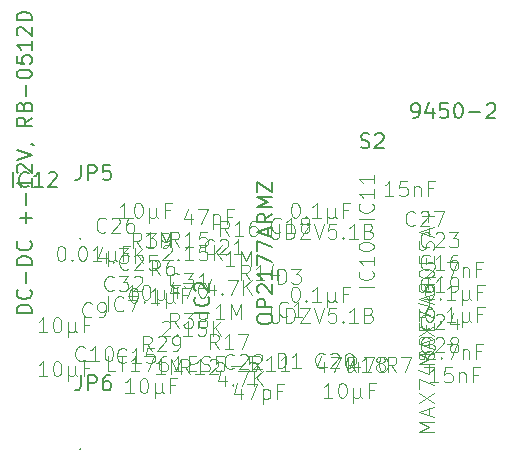
<source format=gbr>
G04 (created by PCBNEW (2013-jul-07)-stable) date Mon 28 Dec 2015 12:48:25 PM PST*
%MOIN*%
G04 Gerber Fmt 3.4, Leading zero omitted, Abs format*
%FSLAX34Y34*%
G01*
G70*
G90*
G04 APERTURE LIST*
%ADD10C,0.00393701*%
%ADD11C,0.004*%
%ADD12C,0.005*%
G04 APERTURE END LIST*
G54D10*
G54D11*
X60009Y-40236D02*
X59985Y-40260D01*
X59914Y-40284D01*
X59866Y-40284D01*
X59795Y-40260D01*
X59747Y-40212D01*
X59723Y-40165D01*
X59700Y-40070D01*
X59700Y-39998D01*
X59723Y-39903D01*
X59747Y-39855D01*
X59795Y-39808D01*
X59866Y-39784D01*
X59914Y-39784D01*
X59985Y-39808D01*
X60009Y-39832D01*
X60485Y-40284D02*
X60200Y-40284D01*
X60342Y-40284D02*
X60342Y-39784D01*
X60295Y-39855D01*
X60247Y-39903D01*
X60200Y-39927D01*
X60771Y-39998D02*
X60723Y-39974D01*
X60700Y-39951D01*
X60676Y-39903D01*
X60676Y-39879D01*
X60700Y-39832D01*
X60723Y-39808D01*
X60771Y-39784D01*
X60866Y-39784D01*
X60914Y-39808D01*
X60938Y-39832D01*
X60961Y-39879D01*
X60961Y-39903D01*
X60938Y-39951D01*
X60914Y-39974D01*
X60866Y-39998D01*
X60771Y-39998D01*
X60723Y-40022D01*
X60700Y-40046D01*
X60676Y-40093D01*
X60676Y-40189D01*
X60700Y-40236D01*
X60723Y-40260D01*
X60771Y-40284D01*
X60866Y-40284D01*
X60914Y-40260D01*
X60938Y-40236D01*
X60961Y-40189D01*
X60961Y-40093D01*
X60938Y-40046D01*
X60914Y-40022D01*
X60866Y-39998D01*
X60473Y-39284D02*
X60521Y-39284D01*
X60569Y-39308D01*
X60592Y-39332D01*
X60616Y-39379D01*
X60640Y-39474D01*
X60640Y-39593D01*
X60616Y-39689D01*
X60592Y-39736D01*
X60569Y-39760D01*
X60521Y-39784D01*
X60473Y-39784D01*
X60426Y-39760D01*
X60402Y-39736D01*
X60378Y-39689D01*
X60354Y-39593D01*
X60354Y-39474D01*
X60378Y-39379D01*
X60402Y-39332D01*
X60426Y-39308D01*
X60473Y-39284D01*
X60854Y-39736D02*
X60878Y-39760D01*
X60854Y-39784D01*
X60831Y-39760D01*
X60854Y-39736D01*
X60854Y-39784D01*
X61354Y-39784D02*
X61069Y-39784D01*
X61211Y-39784D02*
X61211Y-39284D01*
X61164Y-39355D01*
X61116Y-39403D01*
X61069Y-39427D01*
X61569Y-39451D02*
X61569Y-39951D01*
X61807Y-39712D02*
X61831Y-39760D01*
X61878Y-39784D01*
X61569Y-39712D02*
X61592Y-39760D01*
X61640Y-39784D01*
X61735Y-39784D01*
X61783Y-39760D01*
X61807Y-39712D01*
X61807Y-39451D01*
X62259Y-39522D02*
X62092Y-39522D01*
X62092Y-39784D02*
X62092Y-39284D01*
X62331Y-39284D01*
X62529Y-44918D02*
X62362Y-44680D01*
X62243Y-44918D02*
X62243Y-44418D01*
X62434Y-44418D01*
X62481Y-44442D01*
X62505Y-44466D01*
X62529Y-44513D01*
X62529Y-44585D01*
X62505Y-44632D01*
X62481Y-44656D01*
X62434Y-44680D01*
X62243Y-44680D01*
X63005Y-44918D02*
X62720Y-44918D01*
X62862Y-44918D02*
X62862Y-44418D01*
X62815Y-44489D01*
X62767Y-44537D01*
X62720Y-44561D01*
X63291Y-44632D02*
X63243Y-44608D01*
X63220Y-44585D01*
X63196Y-44537D01*
X63196Y-44513D01*
X63220Y-44466D01*
X63243Y-44442D01*
X63291Y-44418D01*
X63386Y-44418D01*
X63434Y-44442D01*
X63458Y-44466D01*
X63481Y-44513D01*
X63481Y-44537D01*
X63458Y-44585D01*
X63434Y-44608D01*
X63386Y-44632D01*
X63291Y-44632D01*
X63243Y-44656D01*
X63220Y-44680D01*
X63196Y-44727D01*
X63196Y-44823D01*
X63220Y-44870D01*
X63243Y-44894D01*
X63291Y-44918D01*
X63386Y-44918D01*
X63434Y-44894D01*
X63458Y-44870D01*
X63481Y-44823D01*
X63481Y-44727D01*
X63458Y-44680D01*
X63434Y-44656D01*
X63386Y-44632D01*
X61470Y-44585D02*
X61470Y-44918D01*
X61351Y-44394D02*
X61231Y-44751D01*
X61541Y-44751D01*
X61684Y-44418D02*
X62017Y-44418D01*
X61803Y-44918D01*
X62303Y-44418D02*
X62351Y-44418D01*
X62398Y-44442D01*
X62422Y-44466D01*
X62446Y-44513D01*
X62470Y-44608D01*
X62470Y-44727D01*
X62446Y-44823D01*
X62422Y-44870D01*
X62398Y-44894D01*
X62351Y-44918D01*
X62303Y-44918D01*
X62255Y-44894D01*
X62231Y-44870D01*
X62208Y-44823D01*
X62184Y-44727D01*
X62184Y-44608D01*
X62208Y-44513D01*
X62231Y-44466D01*
X62255Y-44442D01*
X62303Y-44418D01*
X64983Y-42218D02*
X64959Y-42242D01*
X64888Y-42266D01*
X64840Y-42266D01*
X64769Y-42242D01*
X64721Y-42194D01*
X64697Y-42147D01*
X64674Y-42052D01*
X64674Y-41980D01*
X64697Y-41885D01*
X64721Y-41837D01*
X64769Y-41790D01*
X64840Y-41766D01*
X64888Y-41766D01*
X64959Y-41790D01*
X64983Y-41814D01*
X65459Y-42266D02*
X65174Y-42266D01*
X65316Y-42266D02*
X65316Y-41766D01*
X65269Y-41837D01*
X65221Y-41885D01*
X65174Y-41909D01*
X65697Y-42266D02*
X65793Y-42266D01*
X65840Y-42242D01*
X65864Y-42218D01*
X65912Y-42147D01*
X65935Y-42052D01*
X65935Y-41861D01*
X65912Y-41814D01*
X65888Y-41790D01*
X65840Y-41766D01*
X65745Y-41766D01*
X65697Y-41790D01*
X65674Y-41814D01*
X65650Y-41861D01*
X65650Y-41980D01*
X65674Y-42028D01*
X65697Y-42052D01*
X65745Y-42075D01*
X65840Y-42075D01*
X65888Y-42052D01*
X65912Y-42028D01*
X65935Y-41980D01*
X64947Y-42766D02*
X64995Y-42766D01*
X65043Y-42790D01*
X65066Y-42814D01*
X65090Y-42861D01*
X65114Y-42956D01*
X65114Y-43075D01*
X65090Y-43171D01*
X65066Y-43218D01*
X65043Y-43242D01*
X64995Y-43266D01*
X64947Y-43266D01*
X64900Y-43242D01*
X64876Y-43218D01*
X64852Y-43171D01*
X64828Y-43075D01*
X64828Y-42956D01*
X64852Y-42861D01*
X64876Y-42814D01*
X64900Y-42790D01*
X64947Y-42766D01*
X65328Y-43218D02*
X65352Y-43242D01*
X65328Y-43266D01*
X65305Y-43242D01*
X65328Y-43218D01*
X65328Y-43266D01*
X65828Y-43266D02*
X65543Y-43266D01*
X65685Y-43266D02*
X65685Y-42766D01*
X65638Y-42837D01*
X65590Y-42885D01*
X65543Y-42909D01*
X66043Y-42933D02*
X66043Y-43433D01*
X66281Y-43194D02*
X66305Y-43242D01*
X66352Y-43266D01*
X66043Y-43194D02*
X66066Y-43242D01*
X66114Y-43266D01*
X66209Y-43266D01*
X66257Y-43242D01*
X66281Y-43194D01*
X66281Y-42933D01*
X66733Y-43004D02*
X66566Y-43004D01*
X66566Y-43266D02*
X66566Y-42766D01*
X66805Y-42766D01*
X63106Y-39833D02*
X62606Y-39833D01*
X63058Y-39309D02*
X63082Y-39333D01*
X63106Y-39404D01*
X63106Y-39452D01*
X63082Y-39523D01*
X63034Y-39571D01*
X62987Y-39595D01*
X62892Y-39618D01*
X62820Y-39618D01*
X62725Y-39595D01*
X62677Y-39571D01*
X62630Y-39523D01*
X62606Y-39452D01*
X62606Y-39404D01*
X62630Y-39333D01*
X62654Y-39309D01*
X63106Y-38833D02*
X63106Y-39118D01*
X63106Y-38976D02*
X62606Y-38976D01*
X62677Y-39023D01*
X62725Y-39071D01*
X62749Y-39118D01*
X63106Y-38357D02*
X63106Y-38642D01*
X63106Y-38499D02*
X62606Y-38499D01*
X62677Y-38547D01*
X62725Y-38595D01*
X62749Y-38642D01*
X65106Y-44666D02*
X64606Y-44666D01*
X64963Y-44499D01*
X64606Y-44333D01*
X65106Y-44333D01*
X64963Y-44118D02*
X64963Y-43880D01*
X65106Y-44166D02*
X64606Y-43999D01*
X65106Y-43833D01*
X64606Y-43714D02*
X65106Y-43380D01*
X64606Y-43380D02*
X65106Y-43714D01*
X64606Y-43237D02*
X64606Y-42904D01*
X65106Y-43118D01*
X64773Y-42499D02*
X65106Y-42499D01*
X64582Y-42618D02*
X64939Y-42737D01*
X64939Y-42428D01*
X64820Y-42166D02*
X64796Y-42214D01*
X64773Y-42237D01*
X64725Y-42261D01*
X64701Y-42261D01*
X64654Y-42237D01*
X64630Y-42214D01*
X64606Y-42166D01*
X64606Y-42071D01*
X64630Y-42023D01*
X64654Y-41999D01*
X64701Y-41976D01*
X64725Y-41976D01*
X64773Y-41999D01*
X64796Y-42023D01*
X64820Y-42071D01*
X64820Y-42166D01*
X64844Y-42214D01*
X64868Y-42237D01*
X64915Y-42261D01*
X65011Y-42261D01*
X65058Y-42237D01*
X65082Y-42214D01*
X65106Y-42166D01*
X65106Y-42071D01*
X65082Y-42023D01*
X65058Y-41999D01*
X65011Y-41976D01*
X64915Y-41976D01*
X64868Y-41999D01*
X64844Y-42023D01*
X64820Y-42071D01*
X64606Y-41666D02*
X64606Y-41618D01*
X64630Y-41571D01*
X64654Y-41547D01*
X64701Y-41523D01*
X64796Y-41499D01*
X64915Y-41499D01*
X65011Y-41523D01*
X65058Y-41547D01*
X65082Y-41571D01*
X65106Y-41618D01*
X65106Y-41666D01*
X65082Y-41714D01*
X65058Y-41737D01*
X65011Y-41761D01*
X64915Y-41785D01*
X64796Y-41785D01*
X64701Y-41761D01*
X64654Y-41737D01*
X64630Y-41714D01*
X64606Y-41666D01*
X64844Y-41285D02*
X64844Y-41118D01*
X65106Y-41047D02*
X65106Y-41285D01*
X64606Y-41285D01*
X64606Y-41047D01*
X65082Y-40856D02*
X65106Y-40785D01*
X65106Y-40666D01*
X65082Y-40618D01*
X65058Y-40595D01*
X65011Y-40571D01*
X64963Y-40571D01*
X64915Y-40595D01*
X64892Y-40618D01*
X64868Y-40666D01*
X64844Y-40761D01*
X64820Y-40809D01*
X64796Y-40833D01*
X64749Y-40856D01*
X64701Y-40856D01*
X64654Y-40833D01*
X64630Y-40809D01*
X64606Y-40761D01*
X64606Y-40642D01*
X64630Y-40571D01*
X64963Y-40380D02*
X64963Y-40142D01*
X65106Y-40428D02*
X64606Y-40261D01*
X65106Y-40095D01*
X64915Y-39928D02*
X64915Y-39547D01*
X65106Y-39737D02*
X64725Y-39737D01*
X58985Y-41847D02*
X58818Y-41609D01*
X58699Y-41847D02*
X58699Y-41347D01*
X58890Y-41347D01*
X58937Y-41371D01*
X58961Y-41395D01*
X58985Y-41442D01*
X58985Y-41514D01*
X58961Y-41561D01*
X58937Y-41585D01*
X58890Y-41609D01*
X58699Y-41609D01*
X59461Y-41847D02*
X59176Y-41847D01*
X59318Y-41847D02*
X59318Y-41347D01*
X59271Y-41418D01*
X59223Y-41466D01*
X59176Y-41490D01*
X59890Y-41514D02*
X59890Y-41847D01*
X59771Y-41323D02*
X59652Y-41680D01*
X59961Y-41680D01*
X57795Y-42014D02*
X57795Y-42347D01*
X57676Y-41823D02*
X57557Y-42180D01*
X57866Y-42180D01*
X58057Y-42299D02*
X58080Y-42323D01*
X58057Y-42347D01*
X58033Y-42323D01*
X58057Y-42299D01*
X58057Y-42347D01*
X58247Y-41847D02*
X58580Y-41847D01*
X58366Y-42347D01*
X58771Y-42347D02*
X58771Y-41847D01*
X59057Y-42347D02*
X58842Y-42061D01*
X59057Y-41847D02*
X58771Y-42133D01*
X59916Y-41982D02*
X59916Y-41482D01*
X60036Y-41482D01*
X60107Y-41506D01*
X60155Y-41553D01*
X60178Y-41601D01*
X60202Y-41696D01*
X60202Y-41768D01*
X60178Y-41863D01*
X60155Y-41910D01*
X60107Y-41958D01*
X60036Y-41982D01*
X59916Y-41982D01*
X60369Y-41482D02*
X60678Y-41482D01*
X60512Y-41672D01*
X60583Y-41672D01*
X60631Y-41696D01*
X60655Y-41720D01*
X60678Y-41768D01*
X60678Y-41887D01*
X60655Y-41934D01*
X60631Y-41958D01*
X60583Y-41982D01*
X60440Y-41982D01*
X60393Y-41958D01*
X60369Y-41934D01*
X59677Y-39982D02*
X59677Y-40387D01*
X59701Y-40434D01*
X59725Y-40458D01*
X59772Y-40482D01*
X59868Y-40482D01*
X59915Y-40458D01*
X59939Y-40434D01*
X59963Y-40387D01*
X59963Y-39982D01*
X60201Y-40482D02*
X60201Y-39982D01*
X60320Y-39982D01*
X60391Y-40006D01*
X60439Y-40053D01*
X60463Y-40101D01*
X60487Y-40196D01*
X60487Y-40268D01*
X60463Y-40363D01*
X60439Y-40410D01*
X60391Y-40458D01*
X60320Y-40482D01*
X60201Y-40482D01*
X60653Y-39982D02*
X60987Y-39982D01*
X60653Y-40482D01*
X60987Y-40482D01*
X61106Y-39982D02*
X61272Y-40482D01*
X61439Y-39982D01*
X61844Y-39982D02*
X61606Y-39982D01*
X61582Y-40220D01*
X61606Y-40196D01*
X61653Y-40172D01*
X61772Y-40172D01*
X61820Y-40196D01*
X61844Y-40220D01*
X61868Y-40268D01*
X61868Y-40387D01*
X61844Y-40434D01*
X61820Y-40458D01*
X61772Y-40482D01*
X61653Y-40482D01*
X61606Y-40458D01*
X61582Y-40434D01*
X62082Y-40434D02*
X62106Y-40458D01*
X62082Y-40482D01*
X62058Y-40458D01*
X62082Y-40434D01*
X62082Y-40482D01*
X62582Y-40482D02*
X62296Y-40482D01*
X62439Y-40482D02*
X62439Y-39982D01*
X62391Y-40053D01*
X62344Y-40101D01*
X62296Y-40125D01*
X62963Y-40220D02*
X63034Y-40244D01*
X63058Y-40268D01*
X63082Y-40315D01*
X63082Y-40387D01*
X63058Y-40434D01*
X63034Y-40458D01*
X62987Y-40482D01*
X62796Y-40482D01*
X62796Y-39982D01*
X62963Y-39982D01*
X63010Y-40006D01*
X63034Y-40030D01*
X63058Y-40077D01*
X63058Y-40125D01*
X63034Y-40172D01*
X63010Y-40196D01*
X62963Y-40220D01*
X62796Y-40220D01*
X54182Y-40236D02*
X54158Y-40260D01*
X54087Y-40284D01*
X54039Y-40284D01*
X53968Y-40260D01*
X53920Y-40212D01*
X53896Y-40165D01*
X53873Y-40070D01*
X53873Y-39998D01*
X53896Y-39903D01*
X53920Y-39855D01*
X53968Y-39808D01*
X54039Y-39784D01*
X54087Y-39784D01*
X54158Y-39808D01*
X54182Y-39832D01*
X54373Y-39832D02*
X54396Y-39808D01*
X54444Y-39784D01*
X54563Y-39784D01*
X54611Y-39808D01*
X54634Y-39832D01*
X54658Y-39879D01*
X54658Y-39927D01*
X54634Y-39998D01*
X54349Y-40284D01*
X54658Y-40284D01*
X55087Y-39784D02*
X54992Y-39784D01*
X54944Y-39808D01*
X54920Y-39832D01*
X54873Y-39903D01*
X54849Y-39998D01*
X54849Y-40189D01*
X54873Y-40236D01*
X54896Y-40260D01*
X54944Y-40284D01*
X55039Y-40284D01*
X55087Y-40260D01*
X55111Y-40236D01*
X55134Y-40189D01*
X55134Y-40070D01*
X55111Y-40022D01*
X55087Y-39998D01*
X55039Y-39974D01*
X54944Y-39974D01*
X54896Y-39998D01*
X54873Y-40022D01*
X54849Y-40070D01*
X54932Y-39784D02*
X54646Y-39784D01*
X54789Y-39784D02*
X54789Y-39284D01*
X54742Y-39355D01*
X54694Y-39403D01*
X54646Y-39427D01*
X55242Y-39284D02*
X55289Y-39284D01*
X55337Y-39308D01*
X55361Y-39332D01*
X55384Y-39379D01*
X55408Y-39474D01*
X55408Y-39593D01*
X55384Y-39689D01*
X55361Y-39736D01*
X55337Y-39760D01*
X55289Y-39784D01*
X55242Y-39784D01*
X55194Y-39760D01*
X55170Y-39736D01*
X55146Y-39689D01*
X55123Y-39593D01*
X55123Y-39474D01*
X55146Y-39379D01*
X55170Y-39332D01*
X55194Y-39308D01*
X55242Y-39284D01*
X55623Y-39451D02*
X55623Y-39951D01*
X55861Y-39712D02*
X55884Y-39760D01*
X55932Y-39784D01*
X55623Y-39712D02*
X55646Y-39760D01*
X55694Y-39784D01*
X55789Y-39784D01*
X55837Y-39760D01*
X55861Y-39712D01*
X55861Y-39451D01*
X56313Y-39522D02*
X56146Y-39522D01*
X56146Y-39784D02*
X56146Y-39284D01*
X56384Y-39284D01*
X53712Y-43059D02*
X53688Y-43083D01*
X53617Y-43107D01*
X53569Y-43107D01*
X53498Y-43083D01*
X53450Y-43035D01*
X53426Y-42988D01*
X53403Y-42893D01*
X53403Y-42821D01*
X53426Y-42726D01*
X53450Y-42678D01*
X53498Y-42631D01*
X53569Y-42607D01*
X53617Y-42607D01*
X53688Y-42631D01*
X53712Y-42655D01*
X53950Y-43107D02*
X54046Y-43107D01*
X54093Y-43083D01*
X54117Y-43059D01*
X54165Y-42988D01*
X54188Y-42893D01*
X54188Y-42702D01*
X54165Y-42655D01*
X54141Y-42631D01*
X54093Y-42607D01*
X53998Y-42607D01*
X53950Y-42631D01*
X53926Y-42655D01*
X53903Y-42702D01*
X53903Y-42821D01*
X53926Y-42869D01*
X53950Y-42893D01*
X53998Y-42916D01*
X54093Y-42916D01*
X54141Y-42893D01*
X54165Y-42869D01*
X54188Y-42821D01*
X52224Y-43607D02*
X51938Y-43607D01*
X52081Y-43607D02*
X52081Y-43107D01*
X52034Y-43178D01*
X51986Y-43226D01*
X51938Y-43250D01*
X52534Y-43107D02*
X52581Y-43107D01*
X52629Y-43131D01*
X52653Y-43155D01*
X52676Y-43202D01*
X52700Y-43297D01*
X52700Y-43416D01*
X52676Y-43512D01*
X52653Y-43559D01*
X52629Y-43583D01*
X52581Y-43607D01*
X52534Y-43607D01*
X52486Y-43583D01*
X52462Y-43559D01*
X52438Y-43512D01*
X52415Y-43416D01*
X52415Y-43297D01*
X52438Y-43202D01*
X52462Y-43155D01*
X52486Y-43131D01*
X52534Y-43107D01*
X52915Y-43274D02*
X52915Y-43774D01*
X53153Y-43535D02*
X53176Y-43583D01*
X53224Y-43607D01*
X52915Y-43535D02*
X52938Y-43583D01*
X52986Y-43607D01*
X53081Y-43607D01*
X53129Y-43583D01*
X53153Y-43535D01*
X53153Y-43274D01*
X53605Y-43345D02*
X53438Y-43345D01*
X53438Y-43607D02*
X53438Y-43107D01*
X53676Y-43107D01*
X53474Y-44515D02*
X53450Y-44539D01*
X53379Y-44563D01*
X53331Y-44563D01*
X53260Y-44539D01*
X53212Y-44491D01*
X53188Y-44444D01*
X53165Y-44349D01*
X53165Y-44277D01*
X53188Y-44182D01*
X53212Y-44134D01*
X53260Y-44087D01*
X53331Y-44063D01*
X53379Y-44063D01*
X53450Y-44087D01*
X53474Y-44111D01*
X53950Y-44563D02*
X53665Y-44563D01*
X53807Y-44563D02*
X53807Y-44063D01*
X53760Y-44134D01*
X53712Y-44182D01*
X53665Y-44206D01*
X54260Y-44063D02*
X54307Y-44063D01*
X54355Y-44087D01*
X54379Y-44111D01*
X54403Y-44158D01*
X54426Y-44253D01*
X54426Y-44372D01*
X54403Y-44468D01*
X54379Y-44515D01*
X54355Y-44539D01*
X54307Y-44563D01*
X54260Y-44563D01*
X54212Y-44539D01*
X54188Y-44515D01*
X54165Y-44468D01*
X54141Y-44372D01*
X54141Y-44253D01*
X54165Y-44158D01*
X54188Y-44111D01*
X54212Y-44087D01*
X54260Y-44063D01*
X52224Y-45063D02*
X51938Y-45063D01*
X52081Y-45063D02*
X52081Y-44563D01*
X52034Y-44634D01*
X51986Y-44682D01*
X51938Y-44706D01*
X52534Y-44563D02*
X52581Y-44563D01*
X52629Y-44587D01*
X52653Y-44611D01*
X52676Y-44658D01*
X52700Y-44753D01*
X52700Y-44872D01*
X52676Y-44968D01*
X52653Y-45015D01*
X52629Y-45039D01*
X52581Y-45063D01*
X52534Y-45063D01*
X52486Y-45039D01*
X52462Y-45015D01*
X52438Y-44968D01*
X52415Y-44872D01*
X52415Y-44753D01*
X52438Y-44658D01*
X52462Y-44611D01*
X52486Y-44587D01*
X52534Y-44563D01*
X52915Y-44730D02*
X52915Y-45230D01*
X53153Y-44991D02*
X53176Y-45039D01*
X53224Y-45063D01*
X52915Y-44991D02*
X52938Y-45039D01*
X52986Y-45063D01*
X53081Y-45063D01*
X53129Y-45039D01*
X53153Y-44991D01*
X53153Y-44730D01*
X53605Y-44801D02*
X53438Y-44801D01*
X53438Y-45063D02*
X53438Y-44563D01*
X53676Y-44563D01*
G54D12*
X51083Y-38759D02*
X51083Y-38259D01*
X51607Y-38711D02*
X51583Y-38735D01*
X51512Y-38759D01*
X51464Y-38759D01*
X51393Y-38735D01*
X51345Y-38687D01*
X51321Y-38640D01*
X51298Y-38545D01*
X51298Y-38473D01*
X51321Y-38378D01*
X51345Y-38330D01*
X51393Y-38283D01*
X51464Y-38259D01*
X51512Y-38259D01*
X51583Y-38283D01*
X51607Y-38307D01*
X52083Y-38759D02*
X51798Y-38759D01*
X51940Y-38759D02*
X51940Y-38259D01*
X51893Y-38330D01*
X51845Y-38378D01*
X51798Y-38402D01*
X52274Y-38307D02*
X52298Y-38283D01*
X52345Y-38259D01*
X52464Y-38259D01*
X52512Y-38283D01*
X52536Y-38307D01*
X52560Y-38354D01*
X52560Y-38402D01*
X52536Y-38473D01*
X52250Y-38759D01*
X52560Y-38759D01*
X51712Y-42968D02*
X51212Y-42968D01*
X51212Y-42849D01*
X51236Y-42778D01*
X51283Y-42730D01*
X51331Y-42707D01*
X51426Y-42683D01*
X51498Y-42683D01*
X51593Y-42707D01*
X51640Y-42730D01*
X51688Y-42778D01*
X51712Y-42849D01*
X51712Y-42968D01*
X51664Y-42183D02*
X51688Y-42207D01*
X51712Y-42278D01*
X51712Y-42326D01*
X51688Y-42397D01*
X51640Y-42445D01*
X51593Y-42468D01*
X51498Y-42492D01*
X51426Y-42492D01*
X51331Y-42468D01*
X51283Y-42445D01*
X51236Y-42397D01*
X51212Y-42326D01*
X51212Y-42278D01*
X51236Y-42207D01*
X51260Y-42183D01*
X51521Y-41968D02*
X51521Y-41587D01*
X51712Y-41349D02*
X51212Y-41349D01*
X51212Y-41230D01*
X51236Y-41159D01*
X51283Y-41111D01*
X51331Y-41087D01*
X51426Y-41064D01*
X51498Y-41064D01*
X51593Y-41087D01*
X51640Y-41111D01*
X51688Y-41159D01*
X51712Y-41230D01*
X51712Y-41349D01*
X51664Y-40564D02*
X51688Y-40587D01*
X51712Y-40659D01*
X51712Y-40707D01*
X51688Y-40778D01*
X51640Y-40826D01*
X51593Y-40849D01*
X51498Y-40873D01*
X51426Y-40873D01*
X51331Y-40849D01*
X51283Y-40826D01*
X51236Y-40778D01*
X51212Y-40707D01*
X51212Y-40659D01*
X51236Y-40587D01*
X51260Y-40564D01*
X51521Y-39968D02*
X51521Y-39587D01*
X51712Y-39778D02*
X51331Y-39778D01*
X51521Y-39349D02*
X51521Y-38968D01*
X51712Y-38468D02*
X51712Y-38754D01*
X51712Y-38611D02*
X51212Y-38611D01*
X51283Y-38659D01*
X51331Y-38707D01*
X51355Y-38754D01*
X51260Y-38278D02*
X51236Y-38254D01*
X51212Y-38207D01*
X51212Y-38087D01*
X51236Y-38040D01*
X51260Y-38016D01*
X51307Y-37992D01*
X51355Y-37992D01*
X51426Y-38016D01*
X51712Y-38302D01*
X51712Y-37992D01*
X51212Y-37849D02*
X51712Y-37683D01*
X51212Y-37516D01*
X51688Y-37326D02*
X51712Y-37326D01*
X51760Y-37349D01*
X51783Y-37373D01*
X51712Y-36445D02*
X51474Y-36611D01*
X51712Y-36730D02*
X51212Y-36730D01*
X51212Y-36540D01*
X51236Y-36492D01*
X51260Y-36468D01*
X51307Y-36445D01*
X51379Y-36445D01*
X51426Y-36468D01*
X51450Y-36492D01*
X51474Y-36540D01*
X51474Y-36730D01*
X51450Y-36064D02*
X51474Y-35992D01*
X51498Y-35968D01*
X51545Y-35945D01*
X51617Y-35945D01*
X51664Y-35968D01*
X51688Y-35992D01*
X51712Y-36040D01*
X51712Y-36230D01*
X51212Y-36230D01*
X51212Y-36064D01*
X51236Y-36016D01*
X51260Y-35992D01*
X51307Y-35968D01*
X51355Y-35968D01*
X51402Y-35992D01*
X51426Y-36016D01*
X51450Y-36064D01*
X51450Y-36230D01*
X51521Y-35730D02*
X51521Y-35349D01*
X51212Y-35016D02*
X51212Y-34968D01*
X51236Y-34921D01*
X51260Y-34897D01*
X51307Y-34873D01*
X51402Y-34849D01*
X51521Y-34849D01*
X51617Y-34873D01*
X51664Y-34897D01*
X51688Y-34921D01*
X51712Y-34968D01*
X51712Y-35016D01*
X51688Y-35064D01*
X51664Y-35087D01*
X51617Y-35111D01*
X51521Y-35135D01*
X51402Y-35135D01*
X51307Y-35111D01*
X51260Y-35087D01*
X51236Y-35064D01*
X51212Y-35016D01*
X51212Y-34397D02*
X51212Y-34635D01*
X51450Y-34659D01*
X51426Y-34635D01*
X51402Y-34587D01*
X51402Y-34468D01*
X51426Y-34421D01*
X51450Y-34397D01*
X51498Y-34373D01*
X51617Y-34373D01*
X51664Y-34397D01*
X51688Y-34421D01*
X51712Y-34468D01*
X51712Y-34587D01*
X51688Y-34635D01*
X51664Y-34659D01*
X51712Y-33897D02*
X51712Y-34183D01*
X51712Y-34040D02*
X51212Y-34040D01*
X51283Y-34087D01*
X51331Y-34135D01*
X51355Y-34183D01*
X51260Y-33706D02*
X51236Y-33683D01*
X51212Y-33635D01*
X51212Y-33516D01*
X51236Y-33468D01*
X51260Y-33445D01*
X51307Y-33421D01*
X51355Y-33421D01*
X51426Y-33445D01*
X51712Y-33730D01*
X51712Y-33421D01*
X51712Y-33206D02*
X51212Y-33206D01*
X51212Y-33087D01*
X51236Y-33016D01*
X51283Y-32968D01*
X51331Y-32945D01*
X51426Y-32921D01*
X51498Y-32921D01*
X51593Y-32945D01*
X51640Y-32968D01*
X51688Y-33016D01*
X51712Y-33087D01*
X51712Y-33206D01*
G54D11*
X61479Y-44738D02*
X61455Y-44762D01*
X61384Y-44786D01*
X61336Y-44786D01*
X61265Y-44762D01*
X61217Y-44714D01*
X61193Y-44667D01*
X61170Y-44572D01*
X61170Y-44500D01*
X61193Y-44405D01*
X61217Y-44357D01*
X61265Y-44310D01*
X61336Y-44286D01*
X61384Y-44286D01*
X61455Y-44310D01*
X61479Y-44334D01*
X61670Y-44334D02*
X61693Y-44310D01*
X61741Y-44286D01*
X61860Y-44286D01*
X61908Y-44310D01*
X61931Y-44334D01*
X61955Y-44381D01*
X61955Y-44429D01*
X61931Y-44500D01*
X61646Y-44786D01*
X61955Y-44786D01*
X62265Y-44286D02*
X62312Y-44286D01*
X62360Y-44310D01*
X62384Y-44334D01*
X62408Y-44381D01*
X62431Y-44476D01*
X62431Y-44595D01*
X62408Y-44691D01*
X62384Y-44738D01*
X62360Y-44762D01*
X62312Y-44786D01*
X62265Y-44786D01*
X62217Y-44762D01*
X62193Y-44738D01*
X62170Y-44691D01*
X62146Y-44595D01*
X62146Y-44476D01*
X62170Y-44381D01*
X62193Y-44334D01*
X62217Y-44310D01*
X62265Y-44286D01*
X61729Y-45786D02*
X61443Y-45786D01*
X61586Y-45786D02*
X61586Y-45286D01*
X61539Y-45357D01*
X61491Y-45405D01*
X61443Y-45429D01*
X62039Y-45286D02*
X62086Y-45286D01*
X62134Y-45310D01*
X62158Y-45334D01*
X62181Y-45381D01*
X62205Y-45476D01*
X62205Y-45595D01*
X62181Y-45691D01*
X62158Y-45738D01*
X62134Y-45762D01*
X62086Y-45786D01*
X62039Y-45786D01*
X61991Y-45762D01*
X61967Y-45738D01*
X61943Y-45691D01*
X61920Y-45595D01*
X61920Y-45476D01*
X61943Y-45381D01*
X61967Y-45334D01*
X61991Y-45310D01*
X62039Y-45286D01*
X62420Y-45453D02*
X62420Y-45953D01*
X62658Y-45714D02*
X62681Y-45762D01*
X62729Y-45786D01*
X62420Y-45714D02*
X62443Y-45762D01*
X62491Y-45786D01*
X62586Y-45786D01*
X62634Y-45762D01*
X62658Y-45714D01*
X62658Y-45453D01*
X63110Y-45524D02*
X62943Y-45524D01*
X62943Y-45786D02*
X62943Y-45286D01*
X63181Y-45286D01*
X56623Y-42074D02*
X56599Y-42098D01*
X56528Y-42122D01*
X56480Y-42122D01*
X56409Y-42098D01*
X56361Y-42050D01*
X56337Y-42003D01*
X56314Y-41908D01*
X56314Y-41836D01*
X56337Y-41741D01*
X56361Y-41693D01*
X56409Y-41646D01*
X56480Y-41622D01*
X56528Y-41622D01*
X56599Y-41646D01*
X56623Y-41670D01*
X56790Y-41622D02*
X57099Y-41622D01*
X56933Y-41812D01*
X57004Y-41812D01*
X57052Y-41836D01*
X57075Y-41860D01*
X57099Y-41908D01*
X57099Y-42027D01*
X57075Y-42074D01*
X57052Y-42098D01*
X57004Y-42122D01*
X56861Y-42122D01*
X56814Y-42098D01*
X56790Y-42074D01*
X57575Y-42122D02*
X57290Y-42122D01*
X57433Y-42122D02*
X57433Y-41622D01*
X57385Y-41693D01*
X57337Y-41741D01*
X57290Y-41765D01*
X55087Y-42122D02*
X55135Y-42122D01*
X55183Y-42146D01*
X55206Y-42170D01*
X55230Y-42217D01*
X55254Y-42312D01*
X55254Y-42431D01*
X55230Y-42527D01*
X55206Y-42574D01*
X55183Y-42598D01*
X55135Y-42622D01*
X55087Y-42622D01*
X55040Y-42598D01*
X55016Y-42574D01*
X54992Y-42527D01*
X54968Y-42431D01*
X54968Y-42312D01*
X54992Y-42217D01*
X55016Y-42170D01*
X55040Y-42146D01*
X55087Y-42122D01*
X55468Y-42574D02*
X55492Y-42598D01*
X55468Y-42622D01*
X55445Y-42598D01*
X55468Y-42574D01*
X55468Y-42622D01*
X55968Y-42622D02*
X55683Y-42622D01*
X55825Y-42622D02*
X55825Y-42122D01*
X55778Y-42193D01*
X55730Y-42241D01*
X55683Y-42265D01*
X56183Y-42289D02*
X56183Y-42789D01*
X56421Y-42550D02*
X56445Y-42598D01*
X56492Y-42622D01*
X56183Y-42550D02*
X56206Y-42598D01*
X56254Y-42622D01*
X56349Y-42622D01*
X56397Y-42598D01*
X56421Y-42550D01*
X56421Y-42289D01*
X56873Y-42360D02*
X56706Y-42360D01*
X56706Y-42622D02*
X56706Y-42122D01*
X56945Y-42122D01*
X56609Y-43447D02*
X56442Y-43209D01*
X56323Y-43447D02*
X56323Y-42947D01*
X56514Y-42947D01*
X56561Y-42971D01*
X56585Y-42995D01*
X56609Y-43042D01*
X56609Y-43114D01*
X56585Y-43161D01*
X56561Y-43185D01*
X56514Y-43209D01*
X56323Y-43209D01*
X56776Y-42947D02*
X57085Y-42947D01*
X56919Y-43137D01*
X56990Y-43137D01*
X57038Y-43161D01*
X57061Y-43185D01*
X57085Y-43233D01*
X57085Y-43352D01*
X57061Y-43399D01*
X57038Y-43423D01*
X56990Y-43447D01*
X56847Y-43447D01*
X56800Y-43423D01*
X56776Y-43399D01*
X57371Y-43161D02*
X57323Y-43137D01*
X57300Y-43114D01*
X57276Y-43066D01*
X57276Y-43042D01*
X57300Y-42995D01*
X57323Y-42971D01*
X57371Y-42947D01*
X57466Y-42947D01*
X57514Y-42971D01*
X57538Y-42995D01*
X57561Y-43042D01*
X57561Y-43066D01*
X57538Y-43114D01*
X57514Y-43137D01*
X57466Y-43161D01*
X57371Y-43161D01*
X57323Y-43185D01*
X57300Y-43209D01*
X57276Y-43256D01*
X57276Y-43352D01*
X57300Y-43399D01*
X57323Y-43423D01*
X57371Y-43447D01*
X57466Y-43447D01*
X57514Y-43423D01*
X57538Y-43399D01*
X57561Y-43352D01*
X57561Y-43256D01*
X57538Y-43209D01*
X57514Y-43185D01*
X57466Y-43161D01*
X56550Y-42114D02*
X56550Y-42447D01*
X56431Y-41923D02*
X56311Y-42280D01*
X56621Y-42280D01*
X56764Y-41947D02*
X57097Y-41947D01*
X56883Y-42447D01*
X57383Y-41947D02*
X57431Y-41947D01*
X57478Y-41971D01*
X57502Y-41995D01*
X57526Y-42042D01*
X57550Y-42137D01*
X57550Y-42256D01*
X57526Y-42352D01*
X57502Y-42399D01*
X57478Y-42423D01*
X57431Y-42447D01*
X57383Y-42447D01*
X57335Y-42423D01*
X57311Y-42399D01*
X57288Y-42352D01*
X57264Y-42256D01*
X57264Y-42137D01*
X57288Y-42042D01*
X57311Y-41995D01*
X57335Y-41971D01*
X57383Y-41947D01*
X54865Y-44580D02*
X54841Y-44604D01*
X54770Y-44628D01*
X54722Y-44628D01*
X54651Y-44604D01*
X54603Y-44556D01*
X54579Y-44509D01*
X54556Y-44414D01*
X54556Y-44342D01*
X54579Y-44247D01*
X54603Y-44199D01*
X54651Y-44152D01*
X54722Y-44128D01*
X54770Y-44128D01*
X54841Y-44152D01*
X54865Y-44176D01*
X55341Y-44628D02*
X55056Y-44628D01*
X55198Y-44628D02*
X55198Y-44128D01*
X55151Y-44199D01*
X55103Y-44247D01*
X55056Y-44271D01*
X55794Y-44128D02*
X55556Y-44128D01*
X55532Y-44366D01*
X55556Y-44342D01*
X55603Y-44318D01*
X55722Y-44318D01*
X55770Y-44342D01*
X55794Y-44366D01*
X55817Y-44414D01*
X55817Y-44533D01*
X55794Y-44580D01*
X55770Y-44604D01*
X55722Y-44628D01*
X55603Y-44628D01*
X55556Y-44604D01*
X55532Y-44580D01*
X55115Y-45628D02*
X54829Y-45628D01*
X54972Y-45628D02*
X54972Y-45128D01*
X54925Y-45199D01*
X54877Y-45247D01*
X54829Y-45271D01*
X55425Y-45128D02*
X55472Y-45128D01*
X55520Y-45152D01*
X55544Y-45176D01*
X55567Y-45223D01*
X55591Y-45318D01*
X55591Y-45437D01*
X55567Y-45533D01*
X55544Y-45580D01*
X55520Y-45604D01*
X55472Y-45628D01*
X55425Y-45628D01*
X55377Y-45604D01*
X55353Y-45580D01*
X55329Y-45533D01*
X55306Y-45437D01*
X55306Y-45318D01*
X55329Y-45223D01*
X55353Y-45176D01*
X55377Y-45152D01*
X55425Y-45128D01*
X55806Y-45295D02*
X55806Y-45795D01*
X56044Y-45556D02*
X56067Y-45604D01*
X56115Y-45628D01*
X55806Y-45556D02*
X55829Y-45604D01*
X55877Y-45628D01*
X55972Y-45628D01*
X56020Y-45604D01*
X56044Y-45556D01*
X56044Y-45295D01*
X56496Y-45366D02*
X56329Y-45366D01*
X56329Y-45628D02*
X56329Y-45128D01*
X56567Y-45128D01*
X55363Y-40784D02*
X55196Y-40546D01*
X55077Y-40784D02*
X55077Y-40284D01*
X55268Y-40284D01*
X55315Y-40308D01*
X55339Y-40332D01*
X55363Y-40379D01*
X55363Y-40451D01*
X55339Y-40498D01*
X55315Y-40522D01*
X55268Y-40546D01*
X55077Y-40546D01*
X55530Y-40284D02*
X55839Y-40284D01*
X55673Y-40474D01*
X55744Y-40474D01*
X55792Y-40498D01*
X55815Y-40522D01*
X55839Y-40570D01*
X55839Y-40689D01*
X55815Y-40736D01*
X55792Y-40760D01*
X55744Y-40784D01*
X55601Y-40784D01*
X55554Y-40760D01*
X55530Y-40736D01*
X56077Y-40784D02*
X56173Y-40784D01*
X56220Y-40760D01*
X56244Y-40736D01*
X56292Y-40665D01*
X56315Y-40570D01*
X56315Y-40379D01*
X56292Y-40332D01*
X56268Y-40308D01*
X56220Y-40284D01*
X56125Y-40284D01*
X56077Y-40308D01*
X56054Y-40332D01*
X56030Y-40379D01*
X56030Y-40498D01*
X56054Y-40546D01*
X56077Y-40570D01*
X56125Y-40593D01*
X56220Y-40593D01*
X56268Y-40570D01*
X56292Y-40546D01*
X56315Y-40498D01*
X54173Y-40951D02*
X54173Y-41284D01*
X54054Y-40760D02*
X53935Y-41117D01*
X54244Y-41117D01*
X54435Y-41236D02*
X54458Y-41260D01*
X54435Y-41284D01*
X54411Y-41260D01*
X54435Y-41236D01*
X54435Y-41284D01*
X54625Y-40784D02*
X54935Y-40784D01*
X54768Y-40974D01*
X54839Y-40974D01*
X54887Y-40998D01*
X54911Y-41022D01*
X54935Y-41070D01*
X54935Y-41189D01*
X54911Y-41236D01*
X54887Y-41260D01*
X54839Y-41284D01*
X54696Y-41284D01*
X54649Y-41260D01*
X54625Y-41236D01*
X55149Y-41284D02*
X55149Y-40784D01*
X55435Y-41284D02*
X55220Y-40998D01*
X55435Y-40784D02*
X55149Y-41070D01*
X54238Y-42908D02*
X54238Y-42408D01*
X54762Y-42860D02*
X54738Y-42884D01*
X54667Y-42908D01*
X54619Y-42908D01*
X54548Y-42884D01*
X54500Y-42836D01*
X54477Y-42789D01*
X54453Y-42694D01*
X54453Y-42622D01*
X54477Y-42527D01*
X54500Y-42479D01*
X54548Y-42432D01*
X54619Y-42408D01*
X54667Y-42408D01*
X54738Y-42432D01*
X54762Y-42456D01*
X54929Y-42408D02*
X55262Y-42408D01*
X55048Y-42908D01*
X54488Y-44908D02*
X54250Y-44908D01*
X54250Y-44408D01*
X54584Y-44408D02*
X54869Y-44408D01*
X54727Y-44908D02*
X54727Y-44408D01*
X55298Y-44908D02*
X55012Y-44908D01*
X55155Y-44908D02*
X55155Y-44408D01*
X55107Y-44479D01*
X55060Y-44527D01*
X55012Y-44551D01*
X55465Y-44408D02*
X55798Y-44408D01*
X55584Y-44908D01*
X56203Y-44408D02*
X56107Y-44408D01*
X56060Y-44432D01*
X56036Y-44456D01*
X55988Y-44527D01*
X55965Y-44622D01*
X55965Y-44813D01*
X55988Y-44860D01*
X56012Y-44884D01*
X56060Y-44908D01*
X56155Y-44908D01*
X56203Y-44884D01*
X56227Y-44860D01*
X56250Y-44813D01*
X56250Y-44694D01*
X56227Y-44646D01*
X56203Y-44622D01*
X56155Y-44598D01*
X56060Y-44598D01*
X56012Y-44622D01*
X55988Y-44646D01*
X55965Y-44694D01*
X56727Y-44908D02*
X56441Y-44908D01*
X56584Y-44908D02*
X56584Y-44408D01*
X56536Y-44479D01*
X56488Y-44527D01*
X56441Y-44551D01*
X56941Y-44646D02*
X57107Y-44646D01*
X57179Y-44908D02*
X56941Y-44908D01*
X56941Y-44408D01*
X57179Y-44408D01*
X57369Y-44884D02*
X57441Y-44908D01*
X57560Y-44908D01*
X57607Y-44884D01*
X57631Y-44860D01*
X57655Y-44813D01*
X57655Y-44765D01*
X57631Y-44717D01*
X57607Y-44694D01*
X57560Y-44670D01*
X57465Y-44646D01*
X57417Y-44622D01*
X57393Y-44598D01*
X57369Y-44551D01*
X57369Y-44503D01*
X57393Y-44456D01*
X57417Y-44432D01*
X57465Y-44408D01*
X57584Y-44408D01*
X57655Y-44432D01*
X58107Y-44408D02*
X57869Y-44408D01*
X57846Y-44646D01*
X57869Y-44622D01*
X57917Y-44598D01*
X58036Y-44598D01*
X58084Y-44622D01*
X58107Y-44646D01*
X58131Y-44694D01*
X58131Y-44813D01*
X58107Y-44860D01*
X58084Y-44884D01*
X58036Y-44908D01*
X57917Y-44908D01*
X57869Y-44884D01*
X57846Y-44860D01*
X58346Y-44717D02*
X58727Y-44717D01*
X59203Y-44408D02*
X58965Y-44408D01*
X58941Y-44646D01*
X58965Y-44622D01*
X59012Y-44598D01*
X59131Y-44598D01*
X59179Y-44622D01*
X59203Y-44646D01*
X59227Y-44694D01*
X59227Y-44813D01*
X59203Y-44860D01*
X59179Y-44884D01*
X59131Y-44908D01*
X59012Y-44908D01*
X58965Y-44884D01*
X58941Y-44860D01*
X54444Y-42179D02*
X54420Y-42203D01*
X54349Y-42227D01*
X54301Y-42227D01*
X54230Y-42203D01*
X54182Y-42155D01*
X54158Y-42108D01*
X54135Y-42013D01*
X54135Y-41941D01*
X54158Y-41846D01*
X54182Y-41798D01*
X54230Y-41751D01*
X54301Y-41727D01*
X54349Y-41727D01*
X54420Y-41751D01*
X54444Y-41775D01*
X54611Y-41727D02*
X54920Y-41727D01*
X54754Y-41917D01*
X54825Y-41917D01*
X54873Y-41941D01*
X54896Y-41965D01*
X54920Y-42013D01*
X54920Y-42132D01*
X54896Y-42179D01*
X54873Y-42203D01*
X54825Y-42227D01*
X54682Y-42227D01*
X54635Y-42203D01*
X54611Y-42179D01*
X55111Y-41775D02*
X55135Y-41751D01*
X55182Y-41727D01*
X55301Y-41727D01*
X55349Y-41751D01*
X55373Y-41775D01*
X55396Y-41822D01*
X55396Y-41870D01*
X55373Y-41941D01*
X55087Y-42227D01*
X55396Y-42227D01*
X52670Y-40727D02*
X52718Y-40727D01*
X52766Y-40751D01*
X52789Y-40775D01*
X52813Y-40822D01*
X52837Y-40917D01*
X52837Y-41036D01*
X52813Y-41132D01*
X52789Y-41179D01*
X52766Y-41203D01*
X52718Y-41227D01*
X52670Y-41227D01*
X52623Y-41203D01*
X52599Y-41179D01*
X52575Y-41132D01*
X52551Y-41036D01*
X52551Y-40917D01*
X52575Y-40822D01*
X52599Y-40775D01*
X52623Y-40751D01*
X52670Y-40727D01*
X53051Y-41179D02*
X53075Y-41203D01*
X53051Y-41227D01*
X53027Y-41203D01*
X53051Y-41179D01*
X53051Y-41227D01*
X53385Y-40727D02*
X53432Y-40727D01*
X53480Y-40751D01*
X53504Y-40775D01*
X53527Y-40822D01*
X53551Y-40917D01*
X53551Y-41036D01*
X53527Y-41132D01*
X53504Y-41179D01*
X53480Y-41203D01*
X53432Y-41227D01*
X53385Y-41227D01*
X53337Y-41203D01*
X53313Y-41179D01*
X53289Y-41132D01*
X53266Y-41036D01*
X53266Y-40917D01*
X53289Y-40822D01*
X53313Y-40775D01*
X53337Y-40751D01*
X53385Y-40727D01*
X54027Y-41227D02*
X53742Y-41227D01*
X53885Y-41227D02*
X53885Y-40727D01*
X53837Y-40798D01*
X53789Y-40846D01*
X53742Y-40870D01*
X54242Y-40894D02*
X54242Y-41394D01*
X54480Y-41155D02*
X54504Y-41203D01*
X54551Y-41227D01*
X54242Y-41155D02*
X54266Y-41203D01*
X54313Y-41227D01*
X54408Y-41227D01*
X54456Y-41203D01*
X54480Y-41155D01*
X54480Y-40894D01*
X54932Y-40965D02*
X54766Y-40965D01*
X54766Y-41227D02*
X54766Y-40727D01*
X55004Y-40727D01*
X54944Y-41470D02*
X54920Y-41494D01*
X54849Y-41518D01*
X54801Y-41518D01*
X54730Y-41494D01*
X54682Y-41446D01*
X54658Y-41399D01*
X54635Y-41304D01*
X54635Y-41232D01*
X54658Y-41137D01*
X54682Y-41089D01*
X54730Y-41042D01*
X54801Y-41018D01*
X54849Y-41018D01*
X54920Y-41042D01*
X54944Y-41066D01*
X55135Y-41066D02*
X55158Y-41042D01*
X55206Y-41018D01*
X55325Y-41018D01*
X55373Y-41042D01*
X55396Y-41066D01*
X55420Y-41113D01*
X55420Y-41161D01*
X55396Y-41232D01*
X55111Y-41518D01*
X55420Y-41518D01*
X55873Y-41018D02*
X55635Y-41018D01*
X55611Y-41256D01*
X55635Y-41232D01*
X55682Y-41208D01*
X55801Y-41208D01*
X55849Y-41232D01*
X55873Y-41256D01*
X55896Y-41304D01*
X55896Y-41423D01*
X55873Y-41470D01*
X55849Y-41494D01*
X55801Y-41518D01*
X55682Y-41518D01*
X55635Y-41494D01*
X55611Y-41470D01*
X55194Y-42518D02*
X54908Y-42518D01*
X55051Y-42518D02*
X55051Y-42018D01*
X55004Y-42089D01*
X54956Y-42137D01*
X54908Y-42161D01*
X55504Y-42018D02*
X55551Y-42018D01*
X55599Y-42042D01*
X55623Y-42066D01*
X55646Y-42113D01*
X55670Y-42208D01*
X55670Y-42327D01*
X55646Y-42423D01*
X55623Y-42470D01*
X55599Y-42494D01*
X55551Y-42518D01*
X55504Y-42518D01*
X55456Y-42494D01*
X55432Y-42470D01*
X55408Y-42423D01*
X55385Y-42327D01*
X55385Y-42208D01*
X55408Y-42113D01*
X55432Y-42066D01*
X55456Y-42042D01*
X55504Y-42018D01*
X55885Y-42185D02*
X55885Y-42685D01*
X56123Y-42446D02*
X56146Y-42494D01*
X56194Y-42518D01*
X55885Y-42446D02*
X55908Y-42494D01*
X55956Y-42518D01*
X56051Y-42518D01*
X56099Y-42494D01*
X56123Y-42446D01*
X56123Y-42185D01*
X56575Y-42256D02*
X56408Y-42256D01*
X56408Y-42518D02*
X56408Y-42018D01*
X56646Y-42018D01*
X55718Y-44221D02*
X55551Y-43983D01*
X55432Y-44221D02*
X55432Y-43721D01*
X55623Y-43721D01*
X55670Y-43745D01*
X55694Y-43769D01*
X55718Y-43816D01*
X55718Y-43888D01*
X55694Y-43935D01*
X55670Y-43959D01*
X55623Y-43983D01*
X55432Y-43983D01*
X55909Y-43769D02*
X55932Y-43745D01*
X55980Y-43721D01*
X56099Y-43721D01*
X56147Y-43745D01*
X56170Y-43769D01*
X56194Y-43816D01*
X56194Y-43864D01*
X56170Y-43935D01*
X55885Y-44221D01*
X56194Y-44221D01*
X56432Y-44221D02*
X56528Y-44221D01*
X56575Y-44197D01*
X56599Y-44173D01*
X56647Y-44102D01*
X56670Y-44007D01*
X56670Y-43816D01*
X56647Y-43769D01*
X56623Y-43745D01*
X56575Y-43721D01*
X56480Y-43721D01*
X56432Y-43745D01*
X56409Y-43769D01*
X56385Y-43816D01*
X56385Y-43935D01*
X56409Y-43983D01*
X56432Y-44007D01*
X56480Y-44030D01*
X56575Y-44030D01*
X56623Y-44007D01*
X56647Y-43983D01*
X56670Y-43935D01*
X56051Y-43269D02*
X56075Y-43245D01*
X56123Y-43221D01*
X56242Y-43221D01*
X56290Y-43245D01*
X56313Y-43269D01*
X56337Y-43316D01*
X56337Y-43364D01*
X56313Y-43435D01*
X56028Y-43721D01*
X56337Y-43721D01*
X56551Y-43673D02*
X56575Y-43697D01*
X56551Y-43721D01*
X56528Y-43697D01*
X56551Y-43673D01*
X56551Y-43721D01*
X57051Y-43721D02*
X56766Y-43721D01*
X56909Y-43721D02*
X56909Y-43221D01*
X56861Y-43292D01*
X56813Y-43340D01*
X56766Y-43364D01*
X57504Y-43221D02*
X57266Y-43221D01*
X57242Y-43459D01*
X57266Y-43435D01*
X57313Y-43411D01*
X57432Y-43411D01*
X57480Y-43435D01*
X57504Y-43459D01*
X57528Y-43507D01*
X57528Y-43626D01*
X57504Y-43673D01*
X57480Y-43697D01*
X57432Y-43721D01*
X57313Y-43721D01*
X57266Y-43697D01*
X57242Y-43673D01*
X57742Y-43721D02*
X57742Y-43221D01*
X58028Y-43721D02*
X57813Y-43435D01*
X58028Y-43221D02*
X57742Y-43507D01*
X55995Y-41701D02*
X55829Y-41463D01*
X55709Y-41701D02*
X55709Y-41201D01*
X55900Y-41201D01*
X55948Y-41225D01*
X55971Y-41249D01*
X55995Y-41296D01*
X55995Y-41368D01*
X55971Y-41415D01*
X55948Y-41439D01*
X55900Y-41463D01*
X55709Y-41463D01*
X56424Y-41201D02*
X56329Y-41201D01*
X56281Y-41225D01*
X56257Y-41249D01*
X56209Y-41320D01*
X56186Y-41415D01*
X56186Y-41606D01*
X56209Y-41653D01*
X56233Y-41677D01*
X56281Y-41701D01*
X56376Y-41701D01*
X56424Y-41677D01*
X56448Y-41653D01*
X56471Y-41606D01*
X56471Y-41487D01*
X56448Y-41439D01*
X56424Y-41415D01*
X56376Y-41391D01*
X56281Y-41391D01*
X56233Y-41415D01*
X56209Y-41439D01*
X56186Y-41487D01*
X56090Y-40749D02*
X56114Y-40725D01*
X56162Y-40701D01*
X56281Y-40701D01*
X56329Y-40725D01*
X56352Y-40749D01*
X56376Y-40796D01*
X56376Y-40844D01*
X56352Y-40915D01*
X56067Y-41201D01*
X56376Y-41201D01*
X56590Y-41153D02*
X56614Y-41177D01*
X56590Y-41201D01*
X56567Y-41177D01*
X56590Y-41153D01*
X56590Y-41201D01*
X57090Y-41201D02*
X56805Y-41201D01*
X56948Y-41201D02*
X56948Y-40701D01*
X56900Y-40772D01*
X56852Y-40820D01*
X56805Y-40844D01*
X57543Y-40701D02*
X57305Y-40701D01*
X57281Y-40939D01*
X57305Y-40915D01*
X57352Y-40891D01*
X57471Y-40891D01*
X57519Y-40915D01*
X57543Y-40939D01*
X57567Y-40987D01*
X57567Y-41106D01*
X57543Y-41153D01*
X57519Y-41177D01*
X57471Y-41201D01*
X57352Y-41201D01*
X57305Y-41177D01*
X57281Y-41153D01*
X57781Y-41201D02*
X57781Y-40701D01*
X58067Y-41201D02*
X57852Y-40915D01*
X58067Y-40701D02*
X57781Y-40987D01*
G54D12*
X53360Y-38028D02*
X53360Y-38385D01*
X53336Y-38456D01*
X53288Y-38504D01*
X53217Y-38528D01*
X53169Y-38528D01*
X53598Y-38528D02*
X53598Y-38028D01*
X53788Y-38028D01*
X53836Y-38052D01*
X53860Y-38076D01*
X53884Y-38123D01*
X53884Y-38195D01*
X53860Y-38242D01*
X53836Y-38266D01*
X53788Y-38290D01*
X53598Y-38290D01*
X54336Y-38028D02*
X54098Y-38028D01*
X54074Y-38266D01*
X54098Y-38242D01*
X54146Y-38218D01*
X54265Y-38218D01*
X54312Y-38242D01*
X54336Y-38266D01*
X54360Y-38314D01*
X54360Y-38433D01*
X54336Y-38480D01*
X54312Y-38504D01*
X54265Y-38528D01*
X54146Y-38528D01*
X54098Y-38504D01*
X54074Y-38480D01*
G54D11*
X53307Y-40450D02*
X53330Y-40474D01*
X53307Y-40498D01*
X53283Y-40474D01*
X53307Y-40450D01*
X53307Y-40498D01*
G54D12*
X53360Y-45036D02*
X53360Y-45393D01*
X53336Y-45464D01*
X53288Y-45512D01*
X53217Y-45536D01*
X53169Y-45536D01*
X53598Y-45536D02*
X53598Y-45036D01*
X53788Y-45036D01*
X53836Y-45060D01*
X53860Y-45084D01*
X53884Y-45131D01*
X53884Y-45203D01*
X53860Y-45250D01*
X53836Y-45274D01*
X53788Y-45298D01*
X53598Y-45298D01*
X54312Y-45036D02*
X54217Y-45036D01*
X54169Y-45060D01*
X54146Y-45084D01*
X54098Y-45155D01*
X54074Y-45250D01*
X54074Y-45441D01*
X54098Y-45488D01*
X54122Y-45512D01*
X54169Y-45536D01*
X54265Y-45536D01*
X54312Y-45512D01*
X54336Y-45488D01*
X54360Y-45441D01*
X54360Y-45322D01*
X54336Y-45274D01*
X54312Y-45250D01*
X54265Y-45226D01*
X54169Y-45226D01*
X54122Y-45250D01*
X54098Y-45274D01*
X54074Y-45322D01*
G54D11*
X53307Y-47458D02*
X53330Y-47482D01*
X53307Y-47506D01*
X53283Y-47482D01*
X53307Y-47458D01*
X53307Y-47506D01*
X60247Y-43031D02*
X60223Y-43055D01*
X60152Y-43079D01*
X60104Y-43079D01*
X60033Y-43055D01*
X59985Y-43007D01*
X59961Y-42960D01*
X59938Y-42865D01*
X59938Y-42793D01*
X59961Y-42698D01*
X59985Y-42650D01*
X60033Y-42603D01*
X60104Y-42579D01*
X60152Y-42579D01*
X60223Y-42603D01*
X60247Y-42627D01*
X60723Y-43079D02*
X60438Y-43079D01*
X60581Y-43079D02*
X60581Y-42579D01*
X60533Y-42650D01*
X60485Y-42698D01*
X60438Y-42722D01*
X60473Y-42079D02*
X60521Y-42079D01*
X60569Y-42103D01*
X60592Y-42127D01*
X60616Y-42174D01*
X60640Y-42269D01*
X60640Y-42388D01*
X60616Y-42484D01*
X60592Y-42531D01*
X60569Y-42555D01*
X60521Y-42579D01*
X60473Y-42579D01*
X60426Y-42555D01*
X60402Y-42531D01*
X60378Y-42484D01*
X60354Y-42388D01*
X60354Y-42269D01*
X60378Y-42174D01*
X60402Y-42127D01*
X60426Y-42103D01*
X60473Y-42079D01*
X60854Y-42531D02*
X60878Y-42555D01*
X60854Y-42579D01*
X60831Y-42555D01*
X60854Y-42531D01*
X60854Y-42579D01*
X61354Y-42579D02*
X61069Y-42579D01*
X61211Y-42579D02*
X61211Y-42079D01*
X61164Y-42150D01*
X61116Y-42198D01*
X61069Y-42222D01*
X61569Y-42246D02*
X61569Y-42746D01*
X61807Y-42507D02*
X61831Y-42555D01*
X61878Y-42579D01*
X61569Y-42507D02*
X61592Y-42555D01*
X61640Y-42579D01*
X61735Y-42579D01*
X61783Y-42555D01*
X61807Y-42507D01*
X61807Y-42246D01*
X62259Y-42317D02*
X62092Y-42317D01*
X62092Y-42579D02*
X62092Y-42079D01*
X62331Y-42079D01*
X63869Y-44918D02*
X63703Y-44680D01*
X63583Y-44918D02*
X63583Y-44418D01*
X63774Y-44418D01*
X63822Y-44442D01*
X63845Y-44466D01*
X63869Y-44513D01*
X63869Y-44585D01*
X63845Y-44632D01*
X63822Y-44656D01*
X63774Y-44680D01*
X63583Y-44680D01*
X64036Y-44418D02*
X64369Y-44418D01*
X64155Y-44918D01*
X62572Y-44585D02*
X62572Y-44918D01*
X62453Y-44394D02*
X62333Y-44751D01*
X62643Y-44751D01*
X62786Y-44418D02*
X63119Y-44418D01*
X62905Y-44918D01*
X63405Y-44418D02*
X63453Y-44418D01*
X63500Y-44442D01*
X63524Y-44466D01*
X63548Y-44513D01*
X63572Y-44608D01*
X63572Y-44727D01*
X63548Y-44823D01*
X63524Y-44870D01*
X63500Y-44894D01*
X63453Y-44918D01*
X63405Y-44918D01*
X63357Y-44894D01*
X63333Y-44870D01*
X63310Y-44823D01*
X63286Y-44727D01*
X63286Y-44608D01*
X63310Y-44513D01*
X63333Y-44466D01*
X63357Y-44442D01*
X63405Y-44418D01*
X64983Y-41470D02*
X64959Y-41494D01*
X64888Y-41518D01*
X64840Y-41518D01*
X64769Y-41494D01*
X64721Y-41446D01*
X64697Y-41399D01*
X64674Y-41304D01*
X64674Y-41232D01*
X64697Y-41137D01*
X64721Y-41089D01*
X64769Y-41042D01*
X64840Y-41018D01*
X64888Y-41018D01*
X64959Y-41042D01*
X64983Y-41066D01*
X65459Y-41518D02*
X65174Y-41518D01*
X65316Y-41518D02*
X65316Y-41018D01*
X65269Y-41089D01*
X65221Y-41137D01*
X65174Y-41161D01*
X65888Y-41018D02*
X65793Y-41018D01*
X65745Y-41042D01*
X65721Y-41066D01*
X65674Y-41137D01*
X65650Y-41232D01*
X65650Y-41423D01*
X65674Y-41470D01*
X65697Y-41494D01*
X65745Y-41518D01*
X65840Y-41518D01*
X65888Y-41494D01*
X65912Y-41470D01*
X65935Y-41423D01*
X65935Y-41304D01*
X65912Y-41256D01*
X65888Y-41232D01*
X65840Y-41208D01*
X65745Y-41208D01*
X65697Y-41232D01*
X65674Y-41256D01*
X65650Y-41304D01*
X64947Y-42018D02*
X64995Y-42018D01*
X65043Y-42042D01*
X65066Y-42066D01*
X65090Y-42113D01*
X65114Y-42208D01*
X65114Y-42327D01*
X65090Y-42423D01*
X65066Y-42470D01*
X65043Y-42494D01*
X64995Y-42518D01*
X64947Y-42518D01*
X64900Y-42494D01*
X64876Y-42470D01*
X64852Y-42423D01*
X64828Y-42327D01*
X64828Y-42208D01*
X64852Y-42113D01*
X64876Y-42066D01*
X64900Y-42042D01*
X64947Y-42018D01*
X65328Y-42470D02*
X65352Y-42494D01*
X65328Y-42518D01*
X65305Y-42494D01*
X65328Y-42470D01*
X65328Y-42518D01*
X65828Y-42518D02*
X65543Y-42518D01*
X65685Y-42518D02*
X65685Y-42018D01*
X65638Y-42089D01*
X65590Y-42137D01*
X65543Y-42161D01*
X66043Y-42185D02*
X66043Y-42685D01*
X66281Y-42446D02*
X66305Y-42494D01*
X66352Y-42518D01*
X66043Y-42446D02*
X66066Y-42494D01*
X66114Y-42518D01*
X66209Y-42518D01*
X66257Y-42494D01*
X66281Y-42446D01*
X66281Y-42185D01*
X66733Y-42256D02*
X66566Y-42256D01*
X66566Y-42518D02*
X66566Y-42018D01*
X66805Y-42018D01*
X63106Y-42078D02*
X62606Y-42078D01*
X63058Y-41554D02*
X63082Y-41578D01*
X63106Y-41649D01*
X63106Y-41697D01*
X63082Y-41768D01*
X63034Y-41816D01*
X62987Y-41840D01*
X62892Y-41863D01*
X62820Y-41863D01*
X62725Y-41840D01*
X62677Y-41816D01*
X62630Y-41768D01*
X62606Y-41697D01*
X62606Y-41649D01*
X62630Y-41578D01*
X62654Y-41554D01*
X63106Y-41078D02*
X63106Y-41363D01*
X63106Y-41221D02*
X62606Y-41221D01*
X62677Y-41268D01*
X62725Y-41316D01*
X62749Y-41363D01*
X62606Y-40768D02*
X62606Y-40721D01*
X62630Y-40673D01*
X62654Y-40649D01*
X62701Y-40625D01*
X62796Y-40602D01*
X62915Y-40602D01*
X63011Y-40625D01*
X63058Y-40649D01*
X63082Y-40673D01*
X63106Y-40721D01*
X63106Y-40768D01*
X63082Y-40816D01*
X63058Y-40840D01*
X63011Y-40863D01*
X62915Y-40887D01*
X62796Y-40887D01*
X62701Y-40863D01*
X62654Y-40840D01*
X62630Y-40816D01*
X62606Y-40768D01*
X65106Y-46911D02*
X64606Y-46911D01*
X64963Y-46744D01*
X64606Y-46578D01*
X65106Y-46578D01*
X64963Y-46363D02*
X64963Y-46125D01*
X65106Y-46411D02*
X64606Y-46244D01*
X65106Y-46078D01*
X64606Y-45959D02*
X65106Y-45625D01*
X64606Y-45625D02*
X65106Y-45959D01*
X64606Y-45482D02*
X64606Y-45149D01*
X65106Y-45363D01*
X64773Y-44744D02*
X65106Y-44744D01*
X64582Y-44863D02*
X64939Y-44982D01*
X64939Y-44673D01*
X64820Y-44411D02*
X64796Y-44459D01*
X64773Y-44482D01*
X64725Y-44506D01*
X64701Y-44506D01*
X64654Y-44482D01*
X64630Y-44459D01*
X64606Y-44411D01*
X64606Y-44316D01*
X64630Y-44268D01*
X64654Y-44244D01*
X64701Y-44221D01*
X64725Y-44221D01*
X64773Y-44244D01*
X64796Y-44268D01*
X64820Y-44316D01*
X64820Y-44411D01*
X64844Y-44459D01*
X64868Y-44482D01*
X64915Y-44506D01*
X65011Y-44506D01*
X65058Y-44482D01*
X65082Y-44459D01*
X65106Y-44411D01*
X65106Y-44316D01*
X65082Y-44268D01*
X65058Y-44244D01*
X65011Y-44221D01*
X64915Y-44221D01*
X64868Y-44244D01*
X64844Y-44268D01*
X64820Y-44316D01*
X64606Y-43911D02*
X64606Y-43863D01*
X64630Y-43816D01*
X64654Y-43792D01*
X64701Y-43768D01*
X64796Y-43744D01*
X64915Y-43744D01*
X65011Y-43768D01*
X65058Y-43792D01*
X65082Y-43816D01*
X65106Y-43863D01*
X65106Y-43911D01*
X65082Y-43959D01*
X65058Y-43982D01*
X65011Y-44006D01*
X64915Y-44030D01*
X64796Y-44030D01*
X64701Y-44006D01*
X64654Y-43982D01*
X64630Y-43959D01*
X64606Y-43911D01*
X64844Y-43530D02*
X64844Y-43363D01*
X65106Y-43292D02*
X65106Y-43530D01*
X64606Y-43530D01*
X64606Y-43292D01*
X65082Y-43101D02*
X65106Y-43030D01*
X65106Y-42911D01*
X65082Y-42863D01*
X65058Y-42840D01*
X65011Y-42816D01*
X64963Y-42816D01*
X64915Y-42840D01*
X64892Y-42863D01*
X64868Y-42911D01*
X64844Y-43006D01*
X64820Y-43054D01*
X64796Y-43078D01*
X64749Y-43101D01*
X64701Y-43101D01*
X64654Y-43078D01*
X64630Y-43054D01*
X64606Y-43006D01*
X64606Y-42887D01*
X64630Y-42816D01*
X64963Y-42625D02*
X64963Y-42387D01*
X65106Y-42673D02*
X64606Y-42506D01*
X65106Y-42340D01*
X64915Y-42173D02*
X64915Y-41792D01*
X65106Y-41982D02*
X64725Y-41982D01*
X59340Y-44878D02*
X59173Y-44640D01*
X59054Y-44878D02*
X59054Y-44378D01*
X59245Y-44378D01*
X59292Y-44402D01*
X59316Y-44426D01*
X59340Y-44473D01*
X59340Y-44545D01*
X59316Y-44592D01*
X59292Y-44616D01*
X59245Y-44640D01*
X59054Y-44640D01*
X59816Y-44878D02*
X59531Y-44878D01*
X59673Y-44878D02*
X59673Y-44378D01*
X59626Y-44449D01*
X59578Y-44497D01*
X59531Y-44521D01*
X60292Y-44878D02*
X60007Y-44878D01*
X60150Y-44878D02*
X60150Y-44378D01*
X60102Y-44449D01*
X60054Y-44497D01*
X60007Y-44521D01*
X58150Y-45045D02*
X58150Y-45378D01*
X58031Y-44854D02*
X57912Y-45211D01*
X58221Y-45211D01*
X58412Y-45330D02*
X58435Y-45354D01*
X58412Y-45378D01*
X58388Y-45354D01*
X58412Y-45330D01*
X58412Y-45378D01*
X58602Y-44878D02*
X58935Y-44878D01*
X58721Y-45378D01*
X59126Y-45378D02*
X59126Y-44878D01*
X59412Y-45378D02*
X59197Y-45092D01*
X59412Y-44878D02*
X59126Y-45164D01*
X59916Y-44777D02*
X59916Y-44277D01*
X60036Y-44277D01*
X60107Y-44301D01*
X60155Y-44348D01*
X60178Y-44396D01*
X60202Y-44491D01*
X60202Y-44563D01*
X60178Y-44658D01*
X60155Y-44705D01*
X60107Y-44753D01*
X60036Y-44777D01*
X59916Y-44777D01*
X60678Y-44777D02*
X60393Y-44777D01*
X60536Y-44777D02*
X60536Y-44277D01*
X60488Y-44348D01*
X60440Y-44396D01*
X60393Y-44420D01*
X59677Y-42777D02*
X59677Y-43182D01*
X59701Y-43229D01*
X59725Y-43253D01*
X59772Y-43277D01*
X59868Y-43277D01*
X59915Y-43253D01*
X59939Y-43229D01*
X59963Y-43182D01*
X59963Y-42777D01*
X60201Y-43277D02*
X60201Y-42777D01*
X60320Y-42777D01*
X60391Y-42801D01*
X60439Y-42848D01*
X60463Y-42896D01*
X60487Y-42991D01*
X60487Y-43063D01*
X60463Y-43158D01*
X60439Y-43205D01*
X60391Y-43253D01*
X60320Y-43277D01*
X60201Y-43277D01*
X60653Y-42777D02*
X60987Y-42777D01*
X60653Y-43277D01*
X60987Y-43277D01*
X61106Y-42777D02*
X61272Y-43277D01*
X61439Y-42777D01*
X61844Y-42777D02*
X61606Y-42777D01*
X61582Y-43015D01*
X61606Y-42991D01*
X61653Y-42967D01*
X61772Y-42967D01*
X61820Y-42991D01*
X61844Y-43015D01*
X61868Y-43063D01*
X61868Y-43182D01*
X61844Y-43229D01*
X61820Y-43253D01*
X61772Y-43277D01*
X61653Y-43277D01*
X61606Y-43253D01*
X61582Y-43229D01*
X62082Y-43229D02*
X62106Y-43253D01*
X62082Y-43277D01*
X62058Y-43253D01*
X62082Y-43229D01*
X62082Y-43277D01*
X62582Y-43277D02*
X62296Y-43277D01*
X62439Y-43277D02*
X62439Y-42777D01*
X62391Y-42848D01*
X62344Y-42896D01*
X62296Y-42920D01*
X62963Y-43015D02*
X63034Y-43039D01*
X63058Y-43063D01*
X63082Y-43110D01*
X63082Y-43182D01*
X63058Y-43229D01*
X63034Y-43253D01*
X62987Y-43277D01*
X62796Y-43277D01*
X62796Y-42777D01*
X62963Y-42777D01*
X63010Y-42801D01*
X63034Y-42825D01*
X63058Y-42872D01*
X63058Y-42920D01*
X63034Y-42967D01*
X63010Y-42991D01*
X62963Y-43015D01*
X62796Y-43015D01*
X56623Y-40744D02*
X56456Y-40506D01*
X56337Y-40744D02*
X56337Y-40244D01*
X56528Y-40244D01*
X56575Y-40268D01*
X56599Y-40292D01*
X56623Y-40339D01*
X56623Y-40411D01*
X56599Y-40458D01*
X56575Y-40482D01*
X56528Y-40506D01*
X56337Y-40506D01*
X57099Y-40744D02*
X56814Y-40744D01*
X56956Y-40744D02*
X56956Y-40244D01*
X56909Y-40315D01*
X56861Y-40363D01*
X56814Y-40387D01*
X57552Y-40244D02*
X57314Y-40244D01*
X57290Y-40482D01*
X57314Y-40458D01*
X57361Y-40434D01*
X57480Y-40434D01*
X57528Y-40458D01*
X57552Y-40482D01*
X57575Y-40530D01*
X57575Y-40649D01*
X57552Y-40696D01*
X57528Y-40720D01*
X57480Y-40744D01*
X57361Y-40744D01*
X57314Y-40720D01*
X57290Y-40696D01*
X55802Y-40744D02*
X55516Y-40744D01*
X55659Y-40744D02*
X55659Y-40244D01*
X55611Y-40315D01*
X55564Y-40363D01*
X55516Y-40387D01*
X56016Y-40744D02*
X56016Y-40244D01*
X56183Y-40601D01*
X56349Y-40244D01*
X56349Y-40744D01*
X58290Y-40376D02*
X58123Y-40138D01*
X58004Y-40376D02*
X58004Y-39876D01*
X58195Y-39876D01*
X58242Y-39900D01*
X58266Y-39924D01*
X58290Y-39971D01*
X58290Y-40043D01*
X58266Y-40090D01*
X58242Y-40114D01*
X58195Y-40138D01*
X58004Y-40138D01*
X58766Y-40376D02*
X58481Y-40376D01*
X58623Y-40376D02*
X58623Y-39876D01*
X58576Y-39947D01*
X58528Y-39995D01*
X58481Y-40019D01*
X59195Y-39876D02*
X59100Y-39876D01*
X59052Y-39900D01*
X59028Y-39924D01*
X58981Y-39995D01*
X58957Y-40090D01*
X58957Y-40281D01*
X58981Y-40328D01*
X59004Y-40352D01*
X59052Y-40376D01*
X59147Y-40376D01*
X59195Y-40352D01*
X59219Y-40328D01*
X59242Y-40281D01*
X59242Y-40162D01*
X59219Y-40114D01*
X59195Y-40090D01*
X59147Y-40066D01*
X59052Y-40066D01*
X59004Y-40090D01*
X58981Y-40114D01*
X58957Y-40162D01*
X58469Y-41376D02*
X58183Y-41376D01*
X58326Y-41376D02*
X58326Y-40876D01*
X58278Y-40947D01*
X58231Y-40995D01*
X58183Y-41019D01*
X58683Y-41376D02*
X58683Y-40876D01*
X58850Y-41233D01*
X59016Y-40876D01*
X59016Y-41376D01*
X57790Y-40958D02*
X57766Y-40982D01*
X57695Y-41006D01*
X57647Y-41006D01*
X57576Y-40982D01*
X57528Y-40934D01*
X57504Y-40887D01*
X57481Y-40792D01*
X57481Y-40720D01*
X57504Y-40625D01*
X57528Y-40577D01*
X57576Y-40530D01*
X57647Y-40506D01*
X57695Y-40506D01*
X57766Y-40530D01*
X57790Y-40554D01*
X57981Y-40554D02*
X58004Y-40530D01*
X58052Y-40506D01*
X58171Y-40506D01*
X58219Y-40530D01*
X58242Y-40554D01*
X58266Y-40601D01*
X58266Y-40649D01*
X58242Y-40720D01*
X57957Y-41006D01*
X58266Y-41006D01*
X58742Y-41006D02*
X58457Y-41006D01*
X58600Y-41006D02*
X58600Y-40506D01*
X58552Y-40577D01*
X58504Y-40625D01*
X58457Y-40649D01*
X57028Y-39673D02*
X57028Y-40006D01*
X56909Y-39482D02*
X56790Y-39839D01*
X57100Y-39839D01*
X57242Y-39506D02*
X57576Y-39506D01*
X57362Y-40006D01*
X57766Y-39673D02*
X57766Y-40173D01*
X57766Y-39696D02*
X57814Y-39673D01*
X57909Y-39673D01*
X57957Y-39696D01*
X57981Y-39720D01*
X58004Y-39768D01*
X58004Y-39911D01*
X57981Y-39958D01*
X57957Y-39982D01*
X57909Y-40006D01*
X57814Y-40006D01*
X57766Y-39982D01*
X58385Y-39744D02*
X58219Y-39744D01*
X58219Y-40006D02*
X58219Y-39506D01*
X58457Y-39506D01*
G54D12*
X57633Y-42946D02*
X57133Y-42946D01*
X57585Y-42422D02*
X57609Y-42446D01*
X57633Y-42517D01*
X57633Y-42565D01*
X57609Y-42636D01*
X57561Y-42684D01*
X57514Y-42708D01*
X57419Y-42731D01*
X57347Y-42731D01*
X57252Y-42708D01*
X57204Y-42684D01*
X57157Y-42636D01*
X57133Y-42565D01*
X57133Y-42517D01*
X57157Y-42446D01*
X57181Y-42422D01*
X57181Y-42231D02*
X57157Y-42208D01*
X57133Y-42160D01*
X57133Y-42041D01*
X57157Y-41993D01*
X57181Y-41969D01*
X57228Y-41946D01*
X57276Y-41946D01*
X57347Y-41969D01*
X57633Y-42255D01*
X57633Y-41946D01*
X59233Y-43196D02*
X59233Y-43100D01*
X59257Y-43053D01*
X59304Y-43005D01*
X59400Y-42981D01*
X59566Y-42981D01*
X59661Y-43005D01*
X59709Y-43053D01*
X59733Y-43100D01*
X59733Y-43196D01*
X59709Y-43243D01*
X59661Y-43291D01*
X59566Y-43315D01*
X59400Y-43315D01*
X59304Y-43291D01*
X59257Y-43243D01*
X59233Y-43196D01*
X59733Y-42767D02*
X59233Y-42767D01*
X59233Y-42577D01*
X59257Y-42529D01*
X59281Y-42505D01*
X59328Y-42481D01*
X59400Y-42481D01*
X59447Y-42505D01*
X59471Y-42529D01*
X59495Y-42577D01*
X59495Y-42767D01*
X59281Y-42291D02*
X59257Y-42267D01*
X59233Y-42219D01*
X59233Y-42100D01*
X59257Y-42053D01*
X59281Y-42029D01*
X59328Y-42005D01*
X59376Y-42005D01*
X59447Y-42029D01*
X59733Y-42315D01*
X59733Y-42005D01*
X59733Y-41529D02*
X59733Y-41815D01*
X59733Y-41672D02*
X59233Y-41672D01*
X59304Y-41719D01*
X59352Y-41767D01*
X59376Y-41815D01*
X59233Y-41362D02*
X59233Y-41029D01*
X59733Y-41243D01*
X59233Y-40886D02*
X59233Y-40553D01*
X59733Y-40767D01*
X59590Y-40386D02*
X59590Y-40148D01*
X59733Y-40434D02*
X59233Y-40267D01*
X59733Y-40100D01*
X59733Y-39648D02*
X59495Y-39815D01*
X59733Y-39934D02*
X59233Y-39934D01*
X59233Y-39743D01*
X59257Y-39696D01*
X59281Y-39672D01*
X59328Y-39648D01*
X59400Y-39648D01*
X59447Y-39672D01*
X59471Y-39696D01*
X59495Y-39743D01*
X59495Y-39934D01*
X59733Y-39434D02*
X59233Y-39434D01*
X59590Y-39267D01*
X59233Y-39100D01*
X59733Y-39100D01*
X59233Y-38910D02*
X59233Y-38577D01*
X59733Y-38910D01*
X59733Y-38577D01*
G54D11*
X56977Y-44996D02*
X56810Y-44758D01*
X56691Y-44996D02*
X56691Y-44496D01*
X56882Y-44496D01*
X56929Y-44520D01*
X56953Y-44544D01*
X56977Y-44591D01*
X56977Y-44663D01*
X56953Y-44710D01*
X56929Y-44734D01*
X56882Y-44758D01*
X56691Y-44758D01*
X57453Y-44996D02*
X57168Y-44996D01*
X57310Y-44996D02*
X57310Y-44496D01*
X57263Y-44567D01*
X57215Y-44615D01*
X57168Y-44639D01*
X57644Y-44544D02*
X57668Y-44520D01*
X57715Y-44496D01*
X57834Y-44496D01*
X57882Y-44520D01*
X57906Y-44544D01*
X57929Y-44591D01*
X57929Y-44639D01*
X57906Y-44710D01*
X57620Y-44996D01*
X57929Y-44996D01*
X56156Y-44996D02*
X55870Y-44996D01*
X56013Y-44996D02*
X56013Y-44496D01*
X55965Y-44567D01*
X55918Y-44615D01*
X55870Y-44639D01*
X56370Y-44996D02*
X56370Y-44496D01*
X56537Y-44853D01*
X56703Y-44496D01*
X56703Y-44996D01*
X57948Y-44156D02*
X57781Y-43918D01*
X57662Y-44156D02*
X57662Y-43656D01*
X57853Y-43656D01*
X57900Y-43680D01*
X57924Y-43704D01*
X57948Y-43751D01*
X57948Y-43823D01*
X57924Y-43870D01*
X57900Y-43894D01*
X57853Y-43918D01*
X57662Y-43918D01*
X58424Y-44156D02*
X58139Y-44156D01*
X58281Y-44156D02*
X58281Y-43656D01*
X58234Y-43727D01*
X58186Y-43775D01*
X58139Y-43799D01*
X58591Y-43656D02*
X58924Y-43656D01*
X58710Y-44156D01*
X58127Y-43156D02*
X57841Y-43156D01*
X57984Y-43156D02*
X57984Y-42656D01*
X57936Y-42727D01*
X57889Y-42775D01*
X57841Y-42799D01*
X58341Y-43156D02*
X58341Y-42656D01*
X58508Y-43013D01*
X58674Y-42656D01*
X58674Y-43156D01*
X58448Y-44777D02*
X58424Y-44801D01*
X58353Y-44825D01*
X58305Y-44825D01*
X58234Y-44801D01*
X58186Y-44753D01*
X58162Y-44706D01*
X58139Y-44611D01*
X58139Y-44539D01*
X58162Y-44444D01*
X58186Y-44396D01*
X58234Y-44349D01*
X58305Y-44325D01*
X58353Y-44325D01*
X58424Y-44349D01*
X58448Y-44373D01*
X58639Y-44373D02*
X58662Y-44349D01*
X58710Y-44325D01*
X58829Y-44325D01*
X58877Y-44349D01*
X58900Y-44373D01*
X58924Y-44420D01*
X58924Y-44468D01*
X58900Y-44539D01*
X58615Y-44825D01*
X58924Y-44825D01*
X59115Y-44373D02*
X59139Y-44349D01*
X59186Y-44325D01*
X59305Y-44325D01*
X59353Y-44349D01*
X59377Y-44373D01*
X59400Y-44420D01*
X59400Y-44468D01*
X59377Y-44539D01*
X59091Y-44825D01*
X59400Y-44825D01*
X58686Y-45492D02*
X58686Y-45825D01*
X58567Y-45301D02*
X58448Y-45658D01*
X58758Y-45658D01*
X58900Y-45325D02*
X59234Y-45325D01*
X59020Y-45825D01*
X59424Y-45492D02*
X59424Y-45992D01*
X59424Y-45515D02*
X59472Y-45492D01*
X59567Y-45492D01*
X59615Y-45515D01*
X59639Y-45539D01*
X59662Y-45587D01*
X59662Y-45730D01*
X59639Y-45777D01*
X59615Y-45801D01*
X59567Y-45825D01*
X59472Y-45825D01*
X59424Y-45801D01*
X60043Y-45563D02*
X59877Y-45563D01*
X59877Y-45825D02*
X59877Y-45325D01*
X60115Y-45325D01*
X64983Y-40722D02*
X64959Y-40746D01*
X64888Y-40770D01*
X64840Y-40770D01*
X64769Y-40746D01*
X64721Y-40698D01*
X64697Y-40651D01*
X64674Y-40556D01*
X64674Y-40484D01*
X64697Y-40389D01*
X64721Y-40341D01*
X64769Y-40294D01*
X64840Y-40270D01*
X64888Y-40270D01*
X64959Y-40294D01*
X64983Y-40318D01*
X65174Y-40318D02*
X65197Y-40294D01*
X65245Y-40270D01*
X65364Y-40270D01*
X65412Y-40294D01*
X65435Y-40318D01*
X65459Y-40365D01*
X65459Y-40413D01*
X65435Y-40484D01*
X65150Y-40770D01*
X65459Y-40770D01*
X65626Y-40270D02*
X65935Y-40270D01*
X65769Y-40460D01*
X65840Y-40460D01*
X65888Y-40484D01*
X65912Y-40508D01*
X65935Y-40556D01*
X65935Y-40675D01*
X65912Y-40722D01*
X65888Y-40746D01*
X65840Y-40770D01*
X65697Y-40770D01*
X65650Y-40746D01*
X65626Y-40722D01*
X64864Y-41318D02*
X64888Y-41294D01*
X64935Y-41270D01*
X65055Y-41270D01*
X65102Y-41294D01*
X65126Y-41318D01*
X65150Y-41365D01*
X65150Y-41413D01*
X65126Y-41484D01*
X64840Y-41770D01*
X65150Y-41770D01*
X65364Y-41722D02*
X65388Y-41746D01*
X65364Y-41770D01*
X65340Y-41746D01*
X65364Y-41722D01*
X65364Y-41770D01*
X65555Y-41270D02*
X65888Y-41270D01*
X65674Y-41770D01*
X66078Y-41437D02*
X66078Y-41770D01*
X66078Y-41484D02*
X66102Y-41460D01*
X66150Y-41437D01*
X66221Y-41437D01*
X66269Y-41460D01*
X66293Y-41508D01*
X66293Y-41770D01*
X66697Y-41508D02*
X66531Y-41508D01*
X66531Y-41770D02*
X66531Y-41270D01*
X66769Y-41270D01*
X64983Y-43439D02*
X64959Y-43463D01*
X64888Y-43487D01*
X64840Y-43487D01*
X64769Y-43463D01*
X64721Y-43415D01*
X64697Y-43368D01*
X64674Y-43273D01*
X64674Y-43201D01*
X64697Y-43106D01*
X64721Y-43058D01*
X64769Y-43011D01*
X64840Y-42987D01*
X64888Y-42987D01*
X64959Y-43011D01*
X64983Y-43035D01*
X65174Y-43035D02*
X65197Y-43011D01*
X65245Y-42987D01*
X65364Y-42987D01*
X65412Y-43011D01*
X65435Y-43035D01*
X65459Y-43082D01*
X65459Y-43130D01*
X65435Y-43201D01*
X65150Y-43487D01*
X65459Y-43487D01*
X65888Y-43154D02*
X65888Y-43487D01*
X65769Y-42963D02*
X65650Y-43320D01*
X65959Y-43320D01*
X64864Y-44035D02*
X64888Y-44011D01*
X64935Y-43987D01*
X65055Y-43987D01*
X65102Y-44011D01*
X65126Y-44035D01*
X65150Y-44082D01*
X65150Y-44130D01*
X65126Y-44201D01*
X64840Y-44487D01*
X65150Y-44487D01*
X65364Y-44439D02*
X65388Y-44463D01*
X65364Y-44487D01*
X65340Y-44463D01*
X65364Y-44439D01*
X65364Y-44487D01*
X65555Y-43987D02*
X65888Y-43987D01*
X65674Y-44487D01*
X66078Y-44154D02*
X66078Y-44487D01*
X66078Y-44201D02*
X66102Y-44177D01*
X66150Y-44154D01*
X66221Y-44154D01*
X66269Y-44177D01*
X66293Y-44225D01*
X66293Y-44487D01*
X66697Y-44225D02*
X66531Y-44225D01*
X66531Y-44487D02*
X66531Y-43987D01*
X66769Y-43987D01*
G54D12*
X62683Y-37441D02*
X62754Y-37465D01*
X62873Y-37465D01*
X62921Y-37441D01*
X62944Y-37417D01*
X62968Y-37370D01*
X62968Y-37322D01*
X62944Y-37274D01*
X62921Y-37251D01*
X62873Y-37227D01*
X62778Y-37203D01*
X62730Y-37179D01*
X62706Y-37155D01*
X62683Y-37108D01*
X62683Y-37060D01*
X62706Y-37013D01*
X62730Y-36989D01*
X62778Y-36965D01*
X62897Y-36965D01*
X62968Y-36989D01*
X63159Y-37013D02*
X63183Y-36989D01*
X63230Y-36965D01*
X63349Y-36965D01*
X63397Y-36989D01*
X63421Y-37013D01*
X63444Y-37060D01*
X63444Y-37108D01*
X63421Y-37179D01*
X63135Y-37465D01*
X63444Y-37465D01*
X64406Y-36465D02*
X64502Y-36465D01*
X64549Y-36441D01*
X64573Y-36417D01*
X64621Y-36346D01*
X64644Y-36251D01*
X64644Y-36060D01*
X64621Y-36013D01*
X64597Y-35989D01*
X64549Y-35965D01*
X64454Y-35965D01*
X64406Y-35989D01*
X64383Y-36013D01*
X64359Y-36060D01*
X64359Y-36179D01*
X64383Y-36227D01*
X64406Y-36251D01*
X64454Y-36274D01*
X64549Y-36274D01*
X64597Y-36251D01*
X64621Y-36227D01*
X64644Y-36179D01*
X65073Y-36132D02*
X65073Y-36465D01*
X64954Y-35941D02*
X64835Y-36298D01*
X65144Y-36298D01*
X65573Y-35965D02*
X65335Y-35965D01*
X65311Y-36203D01*
X65335Y-36179D01*
X65383Y-36155D01*
X65502Y-36155D01*
X65549Y-36179D01*
X65573Y-36203D01*
X65597Y-36251D01*
X65597Y-36370D01*
X65573Y-36417D01*
X65549Y-36441D01*
X65502Y-36465D01*
X65383Y-36465D01*
X65335Y-36441D01*
X65311Y-36417D01*
X65906Y-35965D02*
X65954Y-35965D01*
X66002Y-35989D01*
X66025Y-36013D01*
X66049Y-36060D01*
X66073Y-36155D01*
X66073Y-36274D01*
X66049Y-36370D01*
X66025Y-36417D01*
X66002Y-36441D01*
X65954Y-36465D01*
X65906Y-36465D01*
X65859Y-36441D01*
X65835Y-36417D01*
X65811Y-36370D01*
X65787Y-36274D01*
X65787Y-36155D01*
X65811Y-36060D01*
X65835Y-36013D01*
X65859Y-35989D01*
X65906Y-35965D01*
X66287Y-36274D02*
X66668Y-36274D01*
X66883Y-36013D02*
X66906Y-35989D01*
X66954Y-35965D01*
X67073Y-35965D01*
X67121Y-35989D01*
X67144Y-36013D01*
X67168Y-36060D01*
X67168Y-36108D01*
X67144Y-36179D01*
X66859Y-36465D01*
X67168Y-36465D01*
G54D11*
X64483Y-40013D02*
X64459Y-40037D01*
X64388Y-40061D01*
X64340Y-40061D01*
X64269Y-40037D01*
X64221Y-39989D01*
X64197Y-39942D01*
X64174Y-39847D01*
X64174Y-39775D01*
X64197Y-39680D01*
X64221Y-39632D01*
X64269Y-39585D01*
X64340Y-39561D01*
X64388Y-39561D01*
X64459Y-39585D01*
X64483Y-39609D01*
X64674Y-39609D02*
X64697Y-39585D01*
X64745Y-39561D01*
X64864Y-39561D01*
X64912Y-39585D01*
X64935Y-39609D01*
X64959Y-39656D01*
X64959Y-39704D01*
X64935Y-39775D01*
X64650Y-40061D01*
X64959Y-40061D01*
X65126Y-39561D02*
X65459Y-39561D01*
X65245Y-40061D01*
X63769Y-39061D02*
X63483Y-39061D01*
X63626Y-39061D02*
X63626Y-38561D01*
X63578Y-38632D01*
X63531Y-38680D01*
X63483Y-38704D01*
X64221Y-38561D02*
X63983Y-38561D01*
X63959Y-38799D01*
X63983Y-38775D01*
X64031Y-38751D01*
X64150Y-38751D01*
X64197Y-38775D01*
X64221Y-38799D01*
X64245Y-38847D01*
X64245Y-38966D01*
X64221Y-39013D01*
X64197Y-39037D01*
X64150Y-39061D01*
X64031Y-39061D01*
X63983Y-39037D01*
X63959Y-39013D01*
X64459Y-38728D02*
X64459Y-39061D01*
X64459Y-38775D02*
X64483Y-38751D01*
X64531Y-38728D01*
X64602Y-38728D01*
X64650Y-38751D01*
X64674Y-38799D01*
X64674Y-39061D01*
X65078Y-38799D02*
X64912Y-38799D01*
X64912Y-39061D02*
X64912Y-38561D01*
X65150Y-38561D01*
X64983Y-44226D02*
X64959Y-44250D01*
X64888Y-44274D01*
X64840Y-44274D01*
X64769Y-44250D01*
X64721Y-44202D01*
X64697Y-44155D01*
X64674Y-44060D01*
X64674Y-43988D01*
X64697Y-43893D01*
X64721Y-43845D01*
X64769Y-43798D01*
X64840Y-43774D01*
X64888Y-43774D01*
X64959Y-43798D01*
X64983Y-43822D01*
X65174Y-43822D02*
X65197Y-43798D01*
X65245Y-43774D01*
X65364Y-43774D01*
X65412Y-43798D01*
X65435Y-43822D01*
X65459Y-43869D01*
X65459Y-43917D01*
X65435Y-43988D01*
X65150Y-44274D01*
X65459Y-44274D01*
X65745Y-43988D02*
X65697Y-43964D01*
X65674Y-43941D01*
X65650Y-43893D01*
X65650Y-43869D01*
X65674Y-43822D01*
X65697Y-43798D01*
X65745Y-43774D01*
X65840Y-43774D01*
X65888Y-43798D01*
X65912Y-43822D01*
X65935Y-43869D01*
X65935Y-43893D01*
X65912Y-43941D01*
X65888Y-43964D01*
X65840Y-43988D01*
X65745Y-43988D01*
X65697Y-44012D01*
X65674Y-44036D01*
X65650Y-44083D01*
X65650Y-44179D01*
X65674Y-44226D01*
X65697Y-44250D01*
X65745Y-44274D01*
X65840Y-44274D01*
X65888Y-44250D01*
X65912Y-44226D01*
X65935Y-44179D01*
X65935Y-44083D01*
X65912Y-44036D01*
X65888Y-44012D01*
X65840Y-43988D01*
X65269Y-45274D02*
X64983Y-45274D01*
X65126Y-45274D02*
X65126Y-44774D01*
X65078Y-44845D01*
X65031Y-44893D01*
X64983Y-44917D01*
X65721Y-44774D02*
X65483Y-44774D01*
X65459Y-45012D01*
X65483Y-44988D01*
X65531Y-44964D01*
X65650Y-44964D01*
X65697Y-44988D01*
X65721Y-45012D01*
X65745Y-45060D01*
X65745Y-45179D01*
X65721Y-45226D01*
X65697Y-45250D01*
X65650Y-45274D01*
X65531Y-45274D01*
X65483Y-45250D01*
X65459Y-45226D01*
X65959Y-44941D02*
X65959Y-45274D01*
X65959Y-44988D02*
X65983Y-44964D01*
X66031Y-44941D01*
X66102Y-44941D01*
X66150Y-44964D01*
X66174Y-45012D01*
X66174Y-45274D01*
X66578Y-45012D02*
X66412Y-45012D01*
X66412Y-45274D02*
X66412Y-44774D01*
X66650Y-44774D01*
M02*

</source>
